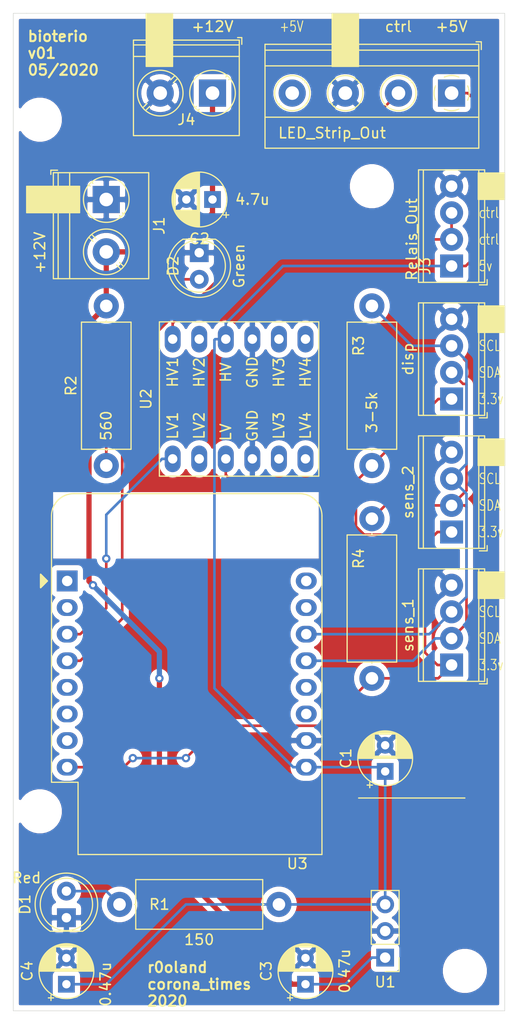
<source format=kicad_pcb>
(kicad_pcb (version 20171130) (host pcbnew "(5.1.5)-3")
  (layers (0 F.Cu signal) (31 B.Cu signal) (34 B.Paste user hide) (35 F.Paste user hide) (36 B.SilkS user hide) (37 F.SilkS user) (38 B.Mask user) (39 F.Mask user) (44 Edge.Cuts user))
  (net 0 "")
  (net 1 +5V)
  (net 2 GND)
  (net 3 +12V)
  (net 4 "Net-(D1-Pad2)")
  (net 5 "Net-(D2-Pad2)")
  (net 6 +3V3)
  (net 7 I²C_SDA)
  (net 8 I²C_SCL)
  (net 9 RelaisCtrl5V)
  (net 10 led_ctrl_d5)
  (net 11 "Net-(U2-Pad6)")
  (net 12 "Net-(U2-Pad5)")
  (net 13 "Net-(U2-Pad2)")
  (net 14 RelaisCtrl3V)
  (net 15 "Net-(U2-Pad7)")
  (net 16 "Net-(U2-Pad8)")
  (net 17 "Net-(U2-Pad11)")
  (net 18 "Net-(U3-Pad2)")
  (net 19 "Net-(U3-Pad1)")
  (net 20 "Net-(U3-Pad5)")
  (net 21 "Net-(U3-Pad6)")
  (net 22 "Net-(U3-Pad7)")
  (net 23 "Net-(U3-Pad11)")
  (net 24 "Net-(U3-Pad12)")
  (net 25 "Net-(U3-Pad15)")
  (net 26 "Net-(U3-Pad16)")
  (module MountingHole:MountingHole_3.2mm_M3_DIN965 (layer F.Cu) (at 130.81 40.64)
    (fp_text reference REF** hide)
    (fp_text value h1 hide)
    (pad 1 np_thru_hole circle (at 0 0) (size 3.2 3.2) (drill 3.2) (layers *.Cu *.Mask))
  )
  (module MountingHole:MountingHole_3.2mm_M3_DIN965 (layer F.Cu) (at 99.06 34.29)
    (fp_text reference REF** hide)
    (fp_text value h1 hide)
    (pad 1 np_thru_hole circle (at 0 0) (size 3.2 3.2) (drill 3.2) (layers *.Cu *.Mask))
  )
  (module MountingHole:MountingHole_3.2mm_M3_DIN965 (layer F.Cu) (at 99.06 100.33)
    (fp_text reference REF** hide)
    (fp_text value h1 hide)
    (pad 1 np_thru_hole circle (at 0 0) (size 3.2 3.2) (drill 3.2) (layers *.Cu *.Mask))
  )
  (module MountingHole:MountingHole_3.2mm_M3_DIN965 (layer F.Cu) (at 139.7 115.57)
    (fp_text reference REF** hide)
    (fp_text value h1 hide)
    (pad 1 np_thru_hole circle (at 0 0) (size 3.2 3.2) (drill 3.2) (layers *.Cu *.Mask))
  )
  (module Capacitor_THT:CP_Radial_D5.0mm_P2.50mm (layer F.Cu) (at 132.08 96.52 90)
    (fp_text reference C1 (at 1.25 -3.75 90) (layer F.SilkS))
    (fp_text value 4.7u)
    (pad 1 thru_hole rect (at 0 0 90) (size 1.6 1.6) (drill 0.8) (layers *.Cu *.Mask) (net 1 +5V))
    (pad 2 thru_hole circle (at 2.5 0 90) (size 1.6 1.6) (drill 0.8) (layers *.Cu *.Mask) (net 2 GND))
  )
  (module Capacitor_THT:CP_Radial_D5.0mm_P2.50mm (layer F.Cu) (at 115.57 41.91 180)
    (fp_text reference C2 (at 1.25 -3.75) (layer F.SilkS))
    (fp_text value 4.7u (at -3.81 0) (layer F.SilkS))
    (pad 2 thru_hole circle (at 2.5 0 180) (size 1.6 1.6) (drill 0.8) (layers *.Cu *.Mask) (net 2 GND))
    (pad 1 thru_hole rect (at 0 0 180) (size 1.6 1.6) (drill 0.8) (layers *.Cu *.Mask) (net 3 +12V))
  )
  (module Capacitor_THT:CP_Radial_D5.0mm_P2.50mm (layer F.Cu) (at 124.46 116.84 90)
    (fp_text reference C3 (at 1.25 -3.75 90) (layer F.SilkS))
    (fp_text value 0.47u (at 1.25 3.75 90) (layer F.SilkS))
    (pad 2 thru_hole circle (at 2.5 0 90) (size 1.6 1.6) (drill 0.8) (layers *.Cu *.Mask) (net 2 GND))
    (pad 1 thru_hole rect (at 0 0 90) (size 1.6 1.6) (drill 0.8) (layers *.Cu *.Mask) (net 3 +12V))
  )
  (module Capacitor_THT:CP_Radial_D5.0mm_P2.50mm (layer F.Cu) (at 101.6 116.84 90)
    (fp_text reference C4 (at 1.25 -3.75 90) (layer F.SilkS))
    (fp_text value 0.47u (at 0 3.75 90) (layer F.SilkS))
    (pad 1 thru_hole rect (at 0 0 90) (size 1.6 1.6) (drill 0.8) (layers *.Cu *.Mask) (net 1 +5V))
    (pad 2 thru_hole circle (at 2.5 0 90) (size 1.6 1.6) (drill 0.8) (layers *.Cu *.Mask) (net 2 GND))
  )
  (module LED_THT:LED_D5.0mm (layer F.Cu) (at 101.6 110.49 90)
    (fp_text reference D1 (at 1.27 -3.96 90) (layer F.SilkS))
    (fp_text value Red (at 3.81 -3.81 180) (layer F.SilkS))
    (pad 1 thru_hole rect (at 0 0 90) (size 1.8 1.8) (drill 0.9) (layers *.Cu *.Mask) (net 2 GND))
    (pad 2 thru_hole circle (at 2.54 0 90) (size 1.8 1.8) (drill 0.9) (layers *.Cu *.Mask) (net 4 "Net-(D1-Pad2)"))
  )
  (module LED_THT:LED_D5.0mm (layer F.Cu) (at 114.3 46.99 270)
    (fp_text reference D2 (at 1.27 2.5 90) (layer F.SilkS))
    (fp_text value Green (at 1.27 -3.81 90) (layer F.SilkS))
    (pad 2 thru_hole circle (at 2.54 0 270) (size 1.8 1.8) (drill 0.9) (layers *.Cu *.Mask) (net 5 "Net-(D2-Pad2)"))
    (pad 1 thru_hole rect (at 0 0 270) (size 1.8 1.8) (drill 0.9) (layers *.Cu *.Mask) (net 2 GND))
  )
  (module TerminalBlock_Phoenix:TerminalBlock_Phoenix_PT-1,5-2-5.0-H_1x02_P5.00mm_Horizontal (layer F.Cu) (at 105.41 41.91 270)
    (fp_text reference J1 (at 2.5 -5.06 90) (layer F.SilkS))
    (fp_text value +12V (at 5.08 6.35 270) (layer F.SilkS))
    (pad 1 thru_hole rect (at 0 0 270) (size 2.6 2.6) (drill 1.3) (layers *.Cu *.Mask) (net 2 GND))
    (pad 2 thru_hole circle (at 5 0 270) (size 2.6 2.6) (drill 1.3) (layers *.Cu *.Mask) (net 3 +12V))
  )
  (module TerminalBlock_Phoenix:TerminalBlock_Phoenix_MPT-0,5-4-2.54_1x04_P2.54mm_Horizontal (layer F.Cu) (at 138.43 73.66 90)
    (fp_text reference sens_2 (at 3.81 -4.16 90) (layer F.SilkS))
    (fp_text value BME280_1)
    (pad 1 thru_hole rect (at 0 0 90) (size 2.2 2.2) (drill 1.1) (layers *.Cu *.Mask) (net 6 +3V3))
    (pad 2 thru_hole circle (at 2.54 0 90) (size 2.2 2.2) (drill 1.1) (layers *.Cu *.Mask) (net 7 I²C_SDA))
    (pad 3 thru_hole circle (at 5.08 0 90) (size 2.2 2.2) (drill 1.1) (layers *.Cu *.Mask) (net 8 I²C_SCL))
    (pad 4 thru_hole circle (at 7.62 0 90) (size 2.2 2.2) (drill 1.1) (layers *.Cu *.Mask) (net 2 GND))
  )
  (module TerminalBlock_Phoenix:TerminalBlock_Phoenix_MPT-0,5-4-2.54_1x04_P2.54mm_Horizontal (layer F.Cu) (at 138.43 48.26 90)
    (fp_text reference J3 (at 0 -2.54 90) (layer F.SilkS))
    (fp_text value Relais_Out (at 2.54 -3.81 90) (layer F.SilkS))
    (pad 4 thru_hole circle (at 7.62 0 90) (size 2.2 2.2) (drill 1.1) (layers *.Cu *.Mask) (net 2 GND))
    (pad 3 thru_hole circle (at 5.08 0 90) (size 2.2 2.2) (drill 1.1) (layers *.Cu *.Mask) (net 9 RelaisCtrl5V))
    (pad 2 thru_hole circle (at 2.54 0 90) (size 2.2 2.2) (drill 1.1) (layers *.Cu *.Mask) (net 9 RelaisCtrl5V))
    (pad 1 thru_hole rect (at 0 0 90) (size 2.2 2.2) (drill 1.1) (layers *.Cu *.Mask) (net 1 +5V))
  )
  (module TerminalBlock_Phoenix:TerminalBlock_Phoenix_PT-1,5-2-5.0-H_1x02_P5.00mm_Horizontal (layer F.Cu) (at 115.57 31.75 180)
    (fp_text reference J4 (at 2.5 -2.54) (layer F.SilkS))
    (fp_text value +12V (at 0 6.35) (layer F.SilkS))
    (pad 2 thru_hole circle (at 5 0 180) (size 2.6 2.6) (drill 1.3) (layers *.Cu *.Mask) (net 2 GND))
    (pad 1 thru_hole rect (at 0 0 180) (size 2.6 2.6) (drill 1.3) (layers *.Cu *.Mask) (net 3 +12V))
  )
  (module TerminalBlock_Phoenix:TerminalBlock_Phoenix_MKDS-1,5-4-5.08_1x04_P5.08mm_Horizontal (layer F.Cu) (at 138.43 31.75 180)
    (fp_text reference ctrl (at 5.08 6.35) (layer F.SilkS))
    (fp_text value LED_Strip_Out (at 11.43 -3.81) (layer F.SilkS))
    (fp_text user +5V (at 0 6.35) (layer F.SilkS))
    (pad 1 thru_hole rect (at 0 0 180) (size 2.6 2.6) (drill 1.3) (layers *.Cu *.Mask) (net 1 +5V))
    (pad 2 thru_hole circle (at 5.08 0 180) (size 2.6 2.6) (drill 1.3) (layers *.Cu *.Mask) (net 10 led_ctrl_d5))
    (pad 3 thru_hole circle (at 10.16 0 180) (size 2.6 2.6) (drill 1.3) (layers *.Cu *.Mask) (net 2 GND))
    (pad 4 thru_hole circle (at 15.24 0 180) (size 2.6 2.6) (drill 1.3) (layers *.Cu *.Mask))
  )
  (module TerminalBlock_Phoenix:TerminalBlock_Phoenix_MPT-0,5-4-2.54_1x04_P2.54mm_Horizontal (layer F.Cu) (at 138.43 60.96 90)
    (fp_text reference disp (at 3.81 -4.16 90) (layer F.SilkS))
    (fp_text value BME280_2)
    (pad 4 thru_hole circle (at 7.62 0 90) (size 2.2 2.2) (drill 1.1) (layers *.Cu *.Mask) (net 2 GND))
    (pad 3 thru_hole circle (at 5.08 0 90) (size 2.2 2.2) (drill 1.1) (layers *.Cu *.Mask) (net 8 I²C_SCL))
    (pad 2 thru_hole circle (at 2.54 0 90) (size 2.2 2.2) (drill 1.1) (layers *.Cu *.Mask) (net 7 I²C_SDA))
    (pad 1 thru_hole rect (at 0 0 90) (size 2.2 2.2) (drill 1.1) (layers *.Cu *.Mask) (net 6 +3V3))
  )
  (module TerminalBlock_Phoenix:TerminalBlock_Phoenix_MPT-0,5-4-2.54_1x04_P2.54mm_Horizontal (layer F.Cu) (at 138.43 86.36 90)
    (fp_text reference sens_1 (at 3.81 -4.16 90) (layer F.SilkS))
    (fp_text value Disp_Out)
    (pad 1 thru_hole rect (at 0 0 90) (size 2.2 2.2) (drill 1.1) (layers *.Cu *.Mask) (net 6 +3V3))
    (pad 2 thru_hole circle (at 2.54 0 90) (size 2.2 2.2) (drill 1.1) (layers *.Cu *.Mask) (net 7 I²C_SDA))
    (pad 3 thru_hole circle (at 5.08 0 90) (size 2.2 2.2) (drill 1.1) (layers *.Cu *.Mask) (net 8 I²C_SCL))
    (pad 4 thru_hole circle (at 7.62 0 90) (size 2.2 2.2) (drill 1.1) (layers *.Cu *.Mask) (net 2 GND))
  )
  (module Resistor_THT:R_Axial_DIN0414_L11.9mm_D4.5mm_P15.24mm_Horizontal (layer F.Cu) (at 106.68 109.22)
    (fp_text reference R1 (at 3.81 0) (layer F.SilkS))
    (fp_text value 150 (at 7.62 3.37) (layer F.SilkS))
    (pad 2 thru_hole oval (at 15.24 0) (size 2.4 2.4) (drill 1.2) (layers *.Cu *.Mask) (net 1 +5V))
    (pad 1 thru_hole circle (at 0 0) (size 2.4 2.4) (drill 1.2) (layers *.Cu *.Mask) (net 4 "Net-(D1-Pad2)"))
  )
  (module Resistor_THT:R_Axial_DIN0414_L11.9mm_D4.5mm_P15.24mm_Horizontal (layer F.Cu) (at 105.41 67.31 90)
    (fp_text reference R2 (at 7.62 -3.37 90) (layer F.SilkS))
    (fp_text value 560 (at 3.81 0 90) (layer F.SilkS))
    (pad 1 thru_hole circle (at 0 0 90) (size 2.4 2.4) (drill 1.2) (layers *.Cu *.Mask) (net 5 "Net-(D2-Pad2)"))
    (pad 2 thru_hole oval (at 15.24 0 90) (size 2.4 2.4) (drill 1.2) (layers *.Cu *.Mask) (net 3 +12V))
  )
  (module Resistor_THT:R_Axial_DIN0414_L11.9mm_D4.5mm_P15.24mm_Horizontal (layer F.Cu) (at 130.81 67.31 90)
    (fp_text reference R3 (at 11.43 -1.27 90) (layer F.SilkS))
    (fp_text value 3-5k (at 5.08 0 90) (layer F.SilkS))
    (pad 1 thru_hole circle (at 0 0 90) (size 2.4 2.4) (drill 1.2) (layers *.Cu *.Mask) (net 6 +3V3))
    (pad 2 thru_hole oval (at 15.24 0 90) (size 2.4 2.4) (drill 1.2) (layers *.Cu *.Mask) (net 8 I²C_SCL))
  )
  (module Resistor_THT:R_Axial_DIN0414_L11.9mm_D4.5mm_P15.24mm_Horizontal (layer F.Cu) (at 130.81 87.63 90)
    (fp_text reference R4 (at 11.43 -1.27 90) (layer F.SilkS))
    (fp_text value 3-5k)
    (pad 2 thru_hole oval (at 15.24 0 90) (size 2.4 2.4) (drill 1.2) (layers *.Cu *.Mask) (net 7 I²C_SDA))
    (pad 1 thru_hole circle (at 0 0 90) (size 2.4 2.4) (drill 1.2) (layers *.Cu *.Mask) (net 6 +3V3))
  )
  (module Connector_PinHeader_2.54mm:PinHeader_1x03_P2.54mm_Vertical (layer F.Cu) (at 132.08 114.3 180)
    (fp_text reference U1 (at 0 -2.33) (layer F.SilkS))
    (fp_text value L7805)
    (pad 1 thru_hole rect (at 0 0 180) (size 1.7 1.7) (drill 1) (layers *.Cu *.Mask) (net 3 +12V))
    (pad 2 thru_hole oval (at 0 2.54 180) (size 1.7 1.7) (drill 1) (layers *.Cu *.Mask) (net 2 GND))
    (pad 3 thru_hole oval (at 0 5.08 180) (size 1.7 1.7) (drill 1) (layers *.Cu *.Mask) (net 1 +5V))
  )
  (module wemos_D32:voltage_conv (layer F.Cu) (at 118.11 60.96 90)
    (fp_text reference U2 (at 0 -8.89 90) (layer F.SilkS))
    (fp_text value voltage_conv)
    (fp_text user LV1 (at -2.54 -6.35 90) (layer F.SilkS))
    (fp_text user LV2 (at -2.54 -3.81 90) (layer F.SilkS))
    (fp_text user LV (at -3.175 -1.27 90) (layer F.SilkS))
    (fp_text user GND (at -2.54 1.27 90) (layer F.SilkS))
    (fp_text user LV3 (at -2.54 3.81 90) (layer F.SilkS))
    (fp_text user LV4 (at -2.54 6.35 90) (layer F.SilkS))
    (fp_text user HV1 (at 2.54 -6.35 90) (layer F.SilkS))
    (fp_text user HV2 (at 2.54 -3.81 90) (layer F.SilkS))
    (fp_text user HV (at 2.54 -1.27 90) (layer F.SilkS))
    (fp_text user GND (at 2.54 1.27 90) (layer F.SilkS))
    (fp_text user HV3 (at 2.54 3.81 90) (layer F.SilkS))
    (fp_text user HV4 (at 2.54 6.35 90) (layer F.SilkS))
    (pad 6 thru_hole oval (at -5.715 6.35 90) (size 2.54 1.524) (drill oval 0.9) (layers *.Cu *.Mask) (net 11 "Net-(U2-Pad6)"))
    (pad 5 thru_hole oval (at -5.715 3.81 90) (size 2.54 1.524) (drill oval 0.9) (layers *.Cu *.Mask) (net 12 "Net-(U2-Pad5)"))
    (pad 4 thru_hole oval (at -5.715 1.27 90) (size 2.54 1.524) (drill oval 0.9) (layers *.Cu *.Mask) (net 2 GND))
    (pad 3 thru_hole oval (at -5.715 -1.27 90) (size 2.54 1.524) (drill oval 0.9) (layers *.Cu *.Mask) (net 6 +3V3))
    (pad 2 thru_hole oval (at -5.715 -3.81 90) (size 2.54 1.524) (drill oval 0.9) (layers *.Cu *.Mask) (net 13 "Net-(U2-Pad2)"))
    (pad 1 thru_hole oval (at -5.715 -6.35 90) (size 2.54 1.524) (drill oval 0.9) (layers *.Cu *.Mask) (net 14 RelaisCtrl3V))
    (pad 7 thru_hole oval (at 5.715 6.35 90) (size 2.54 1.524) (drill oval 0.9) (layers *.Cu *.Mask) (net 15 "Net-(U2-Pad7)"))
    (pad 8 thru_hole oval (at 5.715 3.81 90) (size 2.54 1.524) (drill oval 0.9) (layers *.Cu *.Mask) (net 16 "Net-(U2-Pad8)"))
    (pad 9 thru_hole oval (at 5.715 1.27 90) (size 2.54 1.524) (drill oval 0.9) (layers *.Cu *.Mask) (net 2 GND))
    (pad 10 thru_hole oval (at 5.715 -1.27 90) (size 2.54 1.524) (drill oval 0.9) (layers *.Cu *.Mask) (net 1 +5V))
    (pad 11 thru_hole oval (at 5.715 -3.81 90) (size 2.54 1.524) (drill oval 0.9) (layers *.Cu *.Mask) (net 17 "Net-(U2-Pad11)"))
    (pad 12 thru_hole oval (at 5.715 -6.35 90) (size 2.54 1.524) (drill oval 0.9) (layers *.Cu *.Mask) (net 9 RelaisCtrl5V))
  )
  (module Module:WEMOS_D1_mini_light (layer F.Cu) (at 101.675001 78.335001)
    (fp_text reference U3 (at 22 27) (layer F.SilkS))
    (fp_text value WeMos_D1_mini)
    (pad 2 thru_hole oval (at 0 2.54) (size 2 1.6) (drill 1) (layers *.Cu *.Mask) (net 18 "Net-(U3-Pad2)"))
    (pad 1 thru_hole rect (at 0 0) (size 2 2) (drill 1) (layers *.Cu *.Mask) (net 19 "Net-(U3-Pad1)"))
    (pad 3 thru_hole oval (at 0 5.08) (size 2 1.6) (drill 1) (layers *.Cu *.Mask) (net 14 RelaisCtrl3V))
    (pad 4 thru_hole oval (at 0 7.62) (size 2 1.6) (drill 1) (layers *.Cu *.Mask) (net 10 led_ctrl_d5))
    (pad 5 thru_hole oval (at 0 10.16) (size 2 1.6) (drill 1) (layers *.Cu *.Mask) (net 20 "Net-(U3-Pad5)"))
    (pad 6 thru_hole oval (at 0 12.7) (size 2 1.6) (drill 1) (layers *.Cu *.Mask) (net 21 "Net-(U3-Pad6)"))
    (pad 7 thru_hole oval (at 0 15.24) (size 2 1.6) (drill 1) (layers *.Cu *.Mask) (net 22 "Net-(U3-Pad7)"))
    (pad 8 thru_hole oval (at 0 17.78) (size 2 1.6) (drill 1) (layers *.Cu *.Mask) (net 6 +3V3))
    (pad 9 thru_hole oval (at 22.86 17.78) (size 2 1.6) (drill 1) (layers *.Cu *.Mask) (net 1 +5V))
    (pad 10 thru_hole oval (at 22.86 15.24) (size 2 1.6) (drill 1) (layers *.Cu *.Mask) (net 2 GND))
    (pad 11 thru_hole oval (at 22.86 12.7) (size 2 1.6) (drill 1) (layers *.Cu *.Mask) (net 23 "Net-(U3-Pad11)"))
    (pad 12 thru_hole oval (at 22.86 10.16) (size 2 1.6) (drill 1) (layers *.Cu *.Mask) (net 24 "Net-(U3-Pad12)"))
    (pad 13 thru_hole oval (at 22.86 7.62) (size 2 1.6) (drill 1) (layers *.Cu *.Mask) (net 7 I²C_SDA))
    (pad 14 thru_hole oval (at 22.86 5.08) (size 2 1.6) (drill 1) (layers *.Cu *.Mask) (net 8 I²C_SCL))
    (pad 15 thru_hole oval (at 22.86 2.54) (size 2 1.6) (drill 1) (layers *.Cu *.Mask) (net 25 "Net-(U3-Pad15)"))
    (pad 16 thru_hole oval (at 22.86 0) (size 2 1.6) (drill 1) (layers *.Cu *.Mask) (net 26 "Net-(U3-Pad16)"))
  )
  (gr_text "bioterio\nv01\n05/2020\n" (at 97.79 27.94) (layer F.SilkS) (effects (font (size 1 1) (thickness 0.2)) (justify left)))
  (gr_line (start 96.52 24.13) (end 96.52 119.38) (layer Edge.Cuts) (width 0.05))
  (gr_line (start 97.79 24.13) (end 96.52 24.13) (layer Edge.Cuts) (width 0.05))
  (gr_line (start 143.51 24.13) (end 97.79 24.13) (layer Edge.Cuts) (width 0.05))
  (gr_line (start 143.51 119.38) (end 143.51 24.13) (layer Edge.Cuts) (width 0.05))
  (gr_line (start 96.52 119.38) (end 143.51 119.38) (layer Edge.Cuts) (width 0.05))
  (gr_text "r0oland\ncorona_times\n2020" (at 109.22 116.84) (layer F.SilkS) (effects (font (size 1 1) (thickness 0.2)) (justify left)))
  (gr_text +5V (at 121.92 25.4) (layer F.SilkS) (effects (font (size 1 0.75) (thickness 0.1)) (justify left)))
  (gr_poly (pts (xy 102.87 40.64) (xy 102.87 43.18) (xy 97.79 43.18) (xy 97.79 40.64)) (layer F.SilkS) (width 0.1))
  (gr_text 5v (at 140.97 48.26) (layer F.SilkS) (effects (font (size 1 0.75) (thickness 0.1)) (justify left)))
  (gr_text "ctrl\n" (at 140.97 43.18) (layer F.SilkS) (effects (font (size 1 0.75) (thickness 0.1)) (justify left)))
  (gr_text "ctrl\n" (at 140.97 45.72) (layer F.SilkS) (effects (font (size 1 0.75) (thickness 0.1)) (justify left)))
  (gr_poly (pts (xy 143.51 52.07) (xy 143.51 54.61) (xy 140.97 54.61) (xy 140.97 52.07)) (layer F.SilkS) (width 0.1))
  (gr_poly (pts (xy 143.51 52.07) (xy 143.51 54.61) (xy 140.97 54.61) (xy 140.97 52.07)) (layer F.SilkS) (width 0.1))
  (gr_text "3.3v\n" (at 140.97 60.96) (layer F.SilkS) (effects (font (size 1 0.75) (thickness 0.1)) (justify left)))
  (gr_text "SCL\n" (at 140.97 55.88) (layer F.SilkS) (effects (font (size 1 0.75) (thickness 0.1)) (justify left)))
  (gr_text SDA (at 140.97 58.42) (layer F.SilkS) (effects (font (size 1 0.75) (thickness 0.1)) (justify left)))
  (gr_poly (pts (xy 143.51 64.77) (xy 143.51 67.31) (xy 140.97 67.31) (xy 140.97 64.77)) (layer F.SilkS) (width 0.1))
  (gr_text "SCL\n" (at 140.97 68.58) (layer F.SilkS) (effects (font (size 1 0.75) (thickness 0.1)) (justify left)))
  (gr_text SDA (at 140.97 71.12) (layer F.SilkS) (effects (font (size 1 0.75) (thickness 0.1)) (justify left)))
  (gr_text "3.3v\n" (at 140.97 73.66) (layer F.SilkS) (effects (font (size 1 0.75) (thickness 0.1)) (justify left)))
  (gr_text "SCL\n" (at 140.97 81.28) (layer F.SilkS) (effects (font (size 1 0.75) (thickness 0.1)) (justify left)))
  (gr_text "3.3v\n" (at 140.97 86.36) (layer F.SilkS) (effects (font (size 1 0.75) (thickness 0.1)) (justify left)))
  (gr_text SDA (at 140.97 83.82) (layer F.SilkS) (effects (font (size 1 0.75) (thickness 0.1)) (justify left)))
  (gr_poly (pts (xy 143.51 77.47) (xy 143.51 80.01) (xy 140.97 80.01) (xy 140.97 77.47)) (layer F.SilkS) (width 0.1))
  (gr_poly (pts (xy 143.51 64.77) (xy 143.51 67.31) (xy 140.97 67.31) (xy 140.97 64.77)) (layer F.SilkS) (width 0.1))
  (gr_poly (pts (xy 143.51 39.37) (xy 143.51 41.91) (xy 140.97 41.91) (xy 140.97 39.37)) (layer F.SilkS) (width 0.1))
  (gr_poly (pts (xy 129.54 29.21) (xy 127 29.21) (xy 127 24.13) (xy 129.54 24.13)) (layer F.SilkS) (width 0.1))
  (gr_poly (pts (xy 111.76 29.21) (xy 109.22 29.21) (xy 109.22 24.13) (xy 111.76 24.13)) (layer F.SilkS) (width 0.1))
  (gr_line (start 129.54 99.06) (end 139.7 99.06) (layer F.SilkS) (width 0.12))
  (segment (start 116.84 53.725) (end 116.84 55.245) (width 0.25) (layer B.Cu) (net 1))
  (segment (start 122.305 48.26) (end 116.84 53.725) (width 0.25) (layer B.Cu) (net 1))
  (segment (start 138.43 48.26) (end 122.305 48.26) (width 0.25) (layer B.Cu) (net 1))
  (segment (start 123.285001 96.115001) (end 124.535001 96.115001) (width 0.25) (layer B.Cu) (net 1))
  (segment (start 115.75299 88.58299) (end 123.285001 96.115001) (width 0.25) (layer B.Cu) (net 1))
  (segment (start 115.75299 55.32001) (end 115.75299 88.58299) (width 0.25) (layer B.Cu) (net 1))
  (segment (start 115.828 55.245) (end 115.75299 55.32001) (width 0.25) (layer B.Cu) (net 1))
  (segment (start 116.84 55.245) (end 115.828 55.245) (width 0.25) (layer B.Cu) (net 1))
  (segment (start 131.675001 96.115001) (end 132.08 96.52) (width 0.25) (layer B.Cu) (net 1))
  (segment (start 124.535001 96.115001) (end 131.675001 96.115001) (width 0.25) (layer B.Cu) (net 1))
  (segment (start 132.08 109.22) (end 121.92 109.22) (width 0.25) (layer B.Cu) (net 1))
  (segment (start 132.08 96.52) (end 132.08 109.22) (width 0.25) (layer B.Cu) (net 1))
  (segment (start 121.92 109.22) (end 113.03 109.22) (width 0.25) (layer B.Cu) (net 1))
  (segment (start 105.41 116.84) (end 101.6 116.84) (width 0.25) (layer B.Cu) (net 1))
  (segment (start 113.03 109.22) (end 105.41 116.84) (width 0.25) (layer B.Cu) (net 1))
  (segment (start 139.78 48.26) (end 140.97 47.07) (width 0.25) (layer F.Cu) (net 1))
  (segment (start 138.43 48.26) (end 139.78 48.26) (width 0.25) (layer F.Cu) (net 1))
  (segment (start 139.98 31.75) (end 138.43 31.75) (width 0.25) (layer F.Cu) (net 1))
  (segment (start 140.97 32.74) (end 139.98 31.75) (width 0.25) (layer F.Cu) (net 1))
  (segment (start 140.97 47.07) (end 140.97 32.74) (width 0.25) (layer F.Cu) (net 1))
  (segment (start 115.57 33.02) (end 115.57 41.91) (width 0.5) (layer F.Cu) (net 3))
  (segment (start 105.41 46.91) (end 107.87 46.91) (width 0.5) (layer F.Cu) (net 3))
  (segment (start 107.87 46.91) (end 110.33 44.45) (width 0.5) (layer F.Cu) (net 3))
  (segment (start 115.57 43.21) (end 115.57 41.91) (width 0.5) (layer F.Cu) (net 3))
  (segment (start 114.33 44.45) (end 115.57 43.21) (width 0.5) (layer F.Cu) (net 3))
  (segment (start 110.33 44.45) (end 114.33 44.45) (width 0.5) (layer F.Cu) (net 3))
  (segment (start 105.41 46.91) (end 105.41 52.07) (width 0.5) (layer F.Cu) (net 3))
  (segment (start 132.08 114.3) (end 130.81 114.3) (width 0.25) (layer B.Cu) (net 3))
  (segment (start 128.27 116.84) (end 124.46 116.84) (width 0.25) (layer B.Cu) (net 3))
  (segment (start 130.81 114.3) (end 128.27 116.84) (width 0.25) (layer B.Cu) (net 3))
  (via (at 104.14 78.74) (size 0.8) (drill 0.4) (layers F.Cu B.Cu) (net 3))
  (segment (start 103.759999 78.359999) (end 104.14 78.74) (width 0.5) (layer F.Cu) (net 3))
  (segment (start 105.41 52.07) (end 103.759999 53.720001) (width 0.5) (layer F.Cu) (net 3))
  (segment (start 103.759999 53.720001) (end 103.759999 78.359999) (width 0.5) (layer F.Cu) (net 3))
  (via (at 110.49 87.63) (size 0.8) (drill 0.4) (layers F.Cu B.Cu) (net 3))
  (segment (start 104.14 78.74) (end 110.49 85.09) (width 0.5) (layer B.Cu) (net 3))
  (segment (start 110.49 85.09) (end 110.49 87.63) (width 0.5) (layer B.Cu) (net 3))
  (segment (start 123.16 116.84) (end 124.46 116.84) (width 0.5) (layer F.Cu) (net 3))
  (segment (start 110.49 104.17) (end 123.16 116.84) (width 0.5) (layer F.Cu) (net 3))
  (segment (start 110.49 87.63) (end 110.49 104.17) (width 0.5) (layer F.Cu) (net 3))
  (segment (start 105.41 107.95) (end 106.68 109.22) (width 0.25) (layer B.Cu) (net 4))
  (segment (start 101.6 107.95) (end 105.41 107.95) (width 0.25) (layer B.Cu) (net 4))
  (segment (start 107.95 53.34) (end 107.95 52.07) (width 0.25) (layer F.Cu) (net 5))
  (segment (start 105.41 67.31) (end 105.41 55.88) (width 0.25) (layer F.Cu) (net 5))
  (segment (start 110.49 49.53) (end 114.3 49.53) (width 0.25) (layer F.Cu) (net 5))
  (segment (start 107.95 52.07) (end 110.49 49.53) (width 0.25) (layer F.Cu) (net 5))
  (segment (start 105.41 55.88) (end 107.95 53.34) (width 0.25) (layer F.Cu) (net 5))
  (segment (start 137.16 60.96) (end 138.43 60.96) (width 0.25) (layer F.Cu) (net 6))
  (segment (start 130.81 67.31) (end 137.16 60.96) (width 0.25) (layer F.Cu) (net 6))
  (segment (start 116.84 68.195) (end 116.84 66.675) (width 0.25) (layer F.Cu) (net 6))
  (segment (start 117.154999 68.509999) (end 116.84 68.195) (width 0.25) (layer F.Cu) (net 6))
  (segment (start 129.610001 68.509999) (end 117.154999 68.509999) (width 0.25) (layer F.Cu) (net 6))
  (segment (start 129.610001 68.509999) (end 130.81 67.31) (width 0.25) (layer F.Cu) (net 6))
  (segment (start 129.284999 68.835001) (end 129.610001 68.509999) (width 0.25) (layer F.Cu) (net 6))
  (segment (start 129.284999 73.122001) (end 129.284999 68.835001) (width 0.25) (layer F.Cu) (net 6))
  (segment (start 130.077999 73.915001) (end 129.284999 73.122001) (width 0.25) (layer F.Cu) (net 6))
  (segment (start 136.824999 73.915001) (end 130.077999 73.915001) (width 0.25) (layer F.Cu) (net 6))
  (segment (start 137.08 73.66) (end 136.824999 73.915001) (width 0.25) (layer F.Cu) (net 6))
  (segment (start 138.43 73.66) (end 137.08 73.66) (width 0.25) (layer F.Cu) (net 6))
  (via (at 107.95 95.25) (size 0.8) (drill 0.4) (layers F.Cu B.Cu) (net 6))
  (segment (start 101.675001 96.115001) (end 107.084999 96.115001) (width 0.25) (layer F.Cu) (net 6))
  (segment (start 107.084999 96.115001) (end 107.95 95.25) (width 0.25) (layer F.Cu) (net 6))
  (segment (start 107.95 95.25) (end 113.03 95.25) (width 0.25) (layer B.Cu) (net 6))
  (via (at 113.03 95.25) (size 0.8) (drill 0.4) (layers F.Cu B.Cu) (net 6))
  (segment (start 129.610001 88.829999) (end 130.81 87.63) (width 0.25) (layer F.Cu) (net 6))
  (segment (start 126.279989 92.160011) (end 129.610001 88.829999) (width 0.25) (layer F.Cu) (net 6))
  (segment (start 116.119989 92.160011) (end 126.279989 92.160011) (width 0.25) (layer F.Cu) (net 6))
  (segment (start 113.03 95.25) (end 116.119989 92.160011) (width 0.25) (layer F.Cu) (net 6))
  (segment (start 137.16 87.63) (end 138.43 86.36) (width 0.25) (layer F.Cu) (net 6))
  (segment (start 130.81 87.63) (end 137.16 87.63) (width 0.25) (layer F.Cu) (net 6))
  (segment (start 137.08 73.66) (end 135.89 74.85) (width 0.25) (layer F.Cu) (net 6))
  (segment (start 137.08 86.36) (end 138.43 86.36) (width 0.25) (layer F.Cu) (net 6))
  (segment (start 135.89 85.17) (end 137.08 86.36) (width 0.25) (layer F.Cu) (net 6))
  (segment (start 135.89 74.85) (end 135.89 85.17) (width 0.25) (layer F.Cu) (net 6))
  (segment (start 136.874366 83.82) (end 138.43 83.82) (width 0.25) (layer B.Cu) (net 7))
  (segment (start 134.739365 85.955001) (end 136.874366 83.82) (width 0.25) (layer B.Cu) (net 7))
  (segment (start 124.535001 85.955001) (end 134.739365 85.955001) (width 0.25) (layer B.Cu) (net 7))
  (segment (start 139.855001 71.275001) (end 139.7 71.12) (width 0.25) (layer F.Cu) (net 7))
  (segment (start 139.855001 82.394999) (end 139.855001 71.275001) (width 0.25) (layer F.Cu) (net 7))
  (segment (start 139.7 71.12) (end 138.43 71.12) (width 0.25) (layer F.Cu) (net 7))
  (segment (start 138.43 83.82) (end 139.855001 82.394999) (width 0.25) (layer F.Cu) (net 7))
  (segment (start 132.08 71.12) (end 130.81 72.39) (width 0.25) (layer F.Cu) (net 7))
  (segment (start 138.43 71.12) (end 132.08 71.12) (width 0.25) (layer F.Cu) (net 7))
  (segment (start 139.529999 70.020001) (end 138.43 71.12) (width 0.25) (layer F.Cu) (net 7))
  (segment (start 139.855001 59.599999) (end 139.855001 69.694999) (width 0.25) (layer F.Cu) (net 7))
  (segment (start 139.775001 59.519999) (end 139.855001 59.599999) (width 0.25) (layer F.Cu) (net 7))
  (segment (start 139.855001 69.694999) (end 139.529999 70.020001) (width 0.25) (layer F.Cu) (net 7))
  (segment (start 139.529999 59.519999) (end 139.775001 59.519999) (width 0.25) (layer F.Cu) (net 7))
  (segment (start 138.43 58.42) (end 139.529999 59.519999) (width 0.25) (layer F.Cu) (net 7))
  (segment (start 136.294999 83.415001) (end 138.43 81.28) (width 0.25) (layer B.Cu) (net 8))
  (segment (start 124.535001 83.415001) (end 136.294999 83.415001) (width 0.25) (layer B.Cu) (net 8))
  (segment (start 139.529999 69.679999) (end 138.43 68.58) (width 0.25) (layer B.Cu) (net 8))
  (segment (start 139.855001 79.854999) (end 139.855001 70.005001) (width 0.25) (layer B.Cu) (net 8))
  (segment (start 139.855001 70.005001) (end 139.529999 69.679999) (width 0.25) (layer B.Cu) (net 8))
  (segment (start 138.43 81.28) (end 139.855001 79.854999) (width 0.25) (layer B.Cu) (net 8))
  (segment (start 139.529999 67.480001) (end 138.43 68.58) (width 0.25) (layer B.Cu) (net 8))
  (segment (start 139.855001 67.154999) (end 139.529999 67.480001) (width 0.25) (layer B.Cu) (net 8))
  (segment (start 139.855001 57.305001) (end 139.855001 67.154999) (width 0.25) (layer B.Cu) (net 8))
  (segment (start 138.43 55.88) (end 139.855001 57.305001) (width 0.25) (layer B.Cu) (net 8))
  (segment (start 134.62 55.88) (end 130.81 52.07) (width 0.25) (layer B.Cu) (net 8))
  (segment (start 138.43 55.88) (end 134.62 55.88) (width 0.25) (layer B.Cu) (net 8))
  (segment (start 120.65 45.72) (end 138.43 45.72) (width 0.25) (layer F.Cu) (net 9))
  (segment (start 114.3 52.07) (end 120.65 45.72) (width 0.25) (layer F.Cu) (net 9))
  (segment (start 113.415 52.07) (end 114.3 52.07) (width 0.25) (layer F.Cu) (net 9))
  (segment (start 111.76 55.245) (end 111.76 53.725) (width 0.25) (layer F.Cu) (net 9))
  (segment (start 111.76 53.725) (end 113.415 52.07) (width 0.25) (layer F.Cu) (net 9))
  (segment (start 138.43 45.72) (end 138.43 43.18) (width 0.25) (layer F.Cu) (net 9))
  (segment (start 102.925001 85.955001) (end 101.675001 85.955001) (width 0.25) (layer F.Cu) (net 10))
  (segment (start 106.935001 57.913589) (end 106.935001 81.945001) (width 0.25) (layer F.Cu) (net 10))
  (segment (start 113.505588 51.343002) (end 106.935001 57.913589) (width 0.25) (layer F.Cu) (net 10))
  (segment (start 114.3 51.343002) (end 113.505588 51.343002) (width 0.25) (layer F.Cu) (net 10))
  (segment (start 132.050001 33.593001) (end 114.3 51.343002) (width 0.25) (layer F.Cu) (net 10))
  (segment (start 106.935001 81.945001) (end 102.925001 85.955001) (width 0.25) (layer F.Cu) (net 10))
  (segment (start 132.050001 33.049999) (end 132.050001 33.593001) (width 0.25) (layer F.Cu) (net 10))
  (segment (start 133.35 31.75) (end 132.050001 33.049999) (width 0.25) (layer F.Cu) (net 10))
  (segment (start 105.41 80.930002) (end 105.41 76.2) (width 0.25) (layer F.Cu) (net 14))
  (via (at 105.41 76.2) (size 0.8) (drill 0.4) (layers F.Cu B.Cu) (net 14))
  (segment (start 101.675001 83.415001) (end 102.925001 83.415001) (width 0.25) (layer F.Cu) (net 14))
  (segment (start 102.925001 83.415001) (end 105.41 80.930002) (width 0.25) (layer F.Cu) (net 14))
  (segment (start 110.748 66.675) (end 111.76 66.675) (width 0.25) (layer B.Cu) (net 14))
  (segment (start 105.41 72.013) (end 110.748 66.675) (width 0.25) (layer B.Cu) (net 14))
  (segment (start 105.41 76.2) (end 105.41 72.013) (width 0.25) (layer B.Cu) (net 14))
  (zone (net 0) (net_name "") (layers F&B.Cu) (connect_pads (clearance 0.508)) (min_thickness 0.254)
    (keepout (tracks allowed) (vias allowed) (copperpour not_allowed))
    (fill (arc_segments 32) (thermal_gap 0.508) (thermal_bridge_width 0.508))
    (polygon (pts (xy 125.73 76.2) (xy 100.33 76.2) (xy 100.33 69.85) (xy 125.73 69.85)))
  )
  (zone (net 2) (net_name GND) (layer F.Cu) (connect_pads (clearance 0.508)) (min_thickness 0.254) (fill yes (arc_segments 32) (thermal_gap 0.508) (thermal_bridge_width 0.508))
    (polygon (pts (xy 144.78 120.65) (xy 95.25 120.65) (xy 95.25 22.86) (xy 144.78 22.86)))
  )
  (zone (net 2) (net_name GND) (layer B.Cu) (connect_pads (clearance 0.508)) (min_thickness 0.254) (fill yes (arc_segments 32) (thermal_gap 0.508) (thermal_bridge_width 0.508))
    (polygon (pts (xy 144.78 120.65) (xy 95.25 120.65) (xy 95.25 22.86) (xy 144.78 22.86)))
  )
)
</source>
